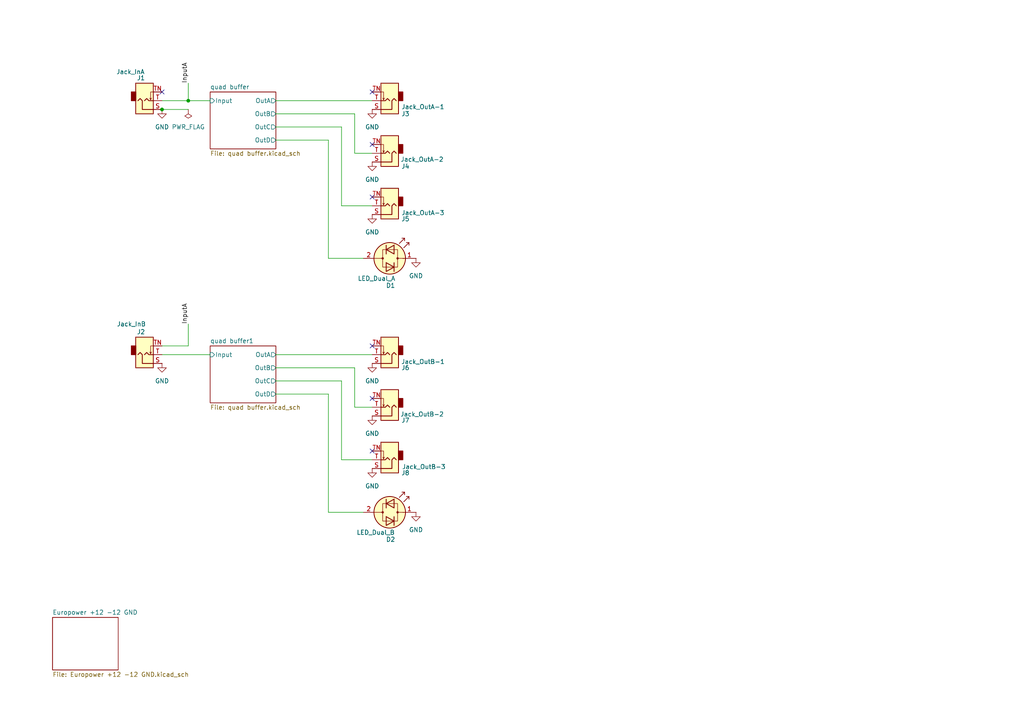
<source format=kicad_sch>
(kicad_sch (version 20250114) (generator "eeschema") (generator_version "9.0")
  (paper "A4")
  (title_block (title "Multiple Buffer Active") (date "2026-02-01") (rev "v1") (company "Dirty Dream - Nathanael Noir"))
  (lib_symbols
    (symbol "Connector_Audio:AudioJack2_SwitchT"
      (property "Reference" "J" (at 0 8.89 0))
      (property "Value" "AudioJack2_SwitchT" (at 0 6.35 0))
      (symbol "AudioJack2_SwitchT_0_1"
        (rectangle (start -2.54 0) (end -3.81 -2.54) (stroke (width 0.254)) (fill (type outline)))
        (polyline (pts (xy 0 0) (xy 0.635 -0.635) (xy 1.27 0) (xy 2.54 0)) (stroke (width 0.254)))
        (polyline (pts (xy 1.778 -0.254) (xy 2.032 -0.762)))
        (rectangle (start 2.54 3.81) (end -2.54 -5.08) (stroke (width 0.254)) (fill (type background)))
        (polyline (pts (xy 2.54 2.54) (xy -0.635 2.54) (xy -0.635 0) (xy -1.27 -0.635) (xy -1.905 0)) (stroke (width 0.254)))
        (polyline (pts (xy 2.54 -2.54) (xy 1.778 -2.54) (xy 1.778 -0.254) (xy 1.524 -0.762)))
      )
      (symbol "AudioJack2_SwitchT_1_1"
        (pin passive line (at 5.08 2.54 180) (length 2.54) (name "~") (number "S"))
        (pin passive line (at 5.08 0 180) (length 2.54) (name "~") (number "T"))
        (pin passive line (at 5.08 -2.54 180) (length 2.54) (name "~") (number "TN"))
      )
    )
    (symbol "Device:LED_Dual_Bidirectional" (pin_names (offset 0) (hide yes))
      (property "Reference" "D" (at 0 5.715 0))
      (property "Value" "LED_Dual_Bidirectional" (at 0 -6.35 0))
      (symbol "LED_Dual_Bidirectional_0_1"
        (polyline (pts (xy -4.572 0) (xy -2.54 0)))
        (circle (center -2.032 0) (radius 0.254) (fill (type outline)))
        (polyline (pts (xy -2.032 0) (xy -2.54 0)))
        (polyline (pts (xy -1.016 3.81) (xy -1.016 1.27)) (stroke (width 0.254)))
        (polyline (pts (xy -1.016 -1.27) (xy -1.016 -3.81) (xy 1.27 -2.54) (xy -1.016 -1.27)) (stroke (width 0.254)))
        (circle (center 0 0) (radius 4.572) (stroke (width 0.254)) (fill (type background)))
        (polyline (pts (xy 1.27 3.81) (xy 1.27 1.27) (xy -1.016 2.54) (xy 1.27 3.81)) (stroke (width 0.254)))
        (polyline (pts (xy 1.27 -1.27) (xy 1.27 -3.81)) (stroke (width 0.254)))
        (polyline (pts (xy 2.286 2.54) (xy -2.032 2.54) (xy -2.032 -2.54) (xy 2.286 -2.54) (xy 2.286 2.54)))
        (circle (center 2.286 0) (radius 0.254) (fill (type outline)))
        (polyline (pts (xy 2.794 4.318) (xy 4.318 5.842) (xy 3.556 5.842)) (stroke (width 0.2032)))
        (polyline (pts (xy 4.064 3.048) (xy 5.588 4.572) (xy 4.826 4.572)) (stroke (width 0.2032)))
        (polyline (pts (xy 4.064 0) (xy 2.286 0)) (fill (type outline)))
        (polyline (pts (xy 4.318 5.842) (xy 4.318 5.08)) (stroke (width 0.2032)))
        (polyline (pts (xy 5.588 4.572) (xy 5.588 3.81)) (stroke (width 0.2032)))
      )
      (symbol "LED_Dual_Bidirectional_1_1"
        (pin input line (at -7.62 0 0) (length 3.048) (name "AK") (number "2"))
        (pin input line (at 7.62 0 180) (length 3.81) (name "KA") (number "1"))
      )
    )
    (symbol "power:GND" (power) (pin_numbers (hide yes)) (pin_names (offset 0) (hide yes))
      (property "Value" "GND" (at 0 -3.81 0))
      (symbol "GND_0_1"
        (polyline (pts (xy 0 0) (xy 0 -1.27) (xy 1.27 -1.27) (xy 0 -2.54) (xy -1.27 -1.27) (xy 0 -1.27)))
      )
      (symbol "GND_1_1"
        (pin power_in line (at 0 0 270) (length 0) (name "~") (number "1"))
      )
    )
    (symbol "power:PWR_FLAG" (power) (pin_numbers (hide yes)) (pin_names (offset 0) (hide yes))
      (property "Value" "PWR_FLAG" (at 0 3.81 0))
      (symbol "PWR_FLAG_0_0"
        (pin power_out line (at 0 0 90) (length 0) (name "~") (number "1"))
      )
      (symbol "PWR_FLAG_0_1"
        (polyline (pts (xy 0 0) (xy 0 1.27) (xy -1.016 1.905) (xy 0 2.54) (xy 1.016 1.905) (xy 0 1.27)))
      )
    )
  )
  (junction (at 54.61 29.21))
  (junction (at 46.99 31.75))
  (no_connect (at 107.95 130.81))
  (no_connect (at 107.95 26.67))
  (no_connect (at 107.95 41.91))
  (no_connect (at 107.95 100.33))
  (no_connect (at 46.99 26.67))
  (no_connect (at 107.95 57.15))
  (no_connect (at 107.95 115.57))
  (wire (pts (xy 46.99 31.75) (xy 54.61 31.75)))
  (wire (pts (xy 99.06 110.49) (xy 80.01 110.49)))
  (wire (pts (xy 102.87 44.45) (xy 107.95 44.45)))
  (wire (pts (xy 95.25 114.3) (xy 95.25 148.59)))
  (wire (pts (xy 95.25 74.93) (xy 105.41 74.93)))
  (wire (pts (xy 80.01 106.68) (xy 102.87 106.68)))
  (wire (pts (xy 80.01 40.64) (xy 95.25 40.64)))
  (wire (pts (xy 80.01 33.02) (xy 102.87 33.02)))
  (wire (pts (xy 99.06 110.49) (xy 99.06 133.35)))
  (wire (pts (xy 54.61 24.13) (xy 54.61 29.21)))
  (wire (pts (xy 46.99 102.87) (xy 60.96 102.87)))
  (wire (pts (xy 95.25 40.64) (xy 95.25 74.93)))
  (wire (pts (xy 80.01 102.87) (xy 107.95 102.87)))
  (wire (pts (xy 80.01 29.21) (xy 107.95 29.21)))
  (wire (pts (xy 95.25 148.59) (xy 105.41 148.59)))
  (wire (pts (xy 80.01 114.3) (xy 95.25 114.3)))
  (wire (pts (xy 102.87 118.11) (xy 107.95 118.11)))
  (wire (pts (xy 102.87 106.68) (xy 102.87 118.11)))
  (wire (pts (xy 54.61 93.98) (xy 54.61 100.33)))
  (wire (pts (xy 99.06 36.83) (xy 80.01 36.83)))
  (wire (pts (xy 46.99 29.21) (xy 54.61 29.21)))
  (wire (pts (xy 102.87 33.02) (xy 102.87 44.45)))
  (wire (pts (xy 99.06 59.69) (xy 107.95 59.69)))
  (wire (pts (xy 54.61 29.21) (xy 60.96 29.21)))
  (wire (pts (xy 99.06 133.35) (xy 107.95 133.35)))
  (wire (pts (xy 54.61 100.33) (xy 46.99 100.33)))
  (wire (pts (xy 99.06 36.83) (xy 99.06 59.69)))
  (label "InputA" (at 54.61 93.98 90))
  (label "InputA" (at 54.61 24.13 90))
  (symbol (lib_id "Connector_Audio:AudioJack2_SwitchT") (at 113.03 118.11 180) (unit 1)
    (property "Reference" "J7" (at 117.602 121.92 0))
    (property "Value" "Jack_OutB-2" (at 122.428 120.142 0))
    (property "Footprint" "AudioJacks2:Jack_3.5mm_QingPu_WQP-PJ398SM_Vertical" (effects (hide yes)))
    (property "Description" "Audio Jack, 2 Poles (Mono / TS), Switched T Pole (Normalling)" (effects (hide yes)))
  )
  (symbol (lib_id "power:GND") (at 107.95 135.89 0) (unit 1)
    (property "Reference" "#PWR08" (effects (hide yes)))
    (property "Value" "GND" (at 107.95 140.97 0))
    (property "Description" "Power symbol creates a global label with name \"GND\" , ground" (effects (hide yes)))
  )
  (symbol (lib_id "power:GND") (at 107.95 120.65 0) (unit 1)
    (property "Reference" "#PWR07" (effects (hide yes)))
    (property "Value" "GND" (at 107.95 125.73 0))
    (property "Description" "Power symbol creates a global label with name \"GND\" , ground" (effects (hide yes)))
  )
  (symbol (lib_id "power:GND") (at 107.95 46.99 0) (unit 1)
    (property "Reference" "#PWR04" (effects (hide yes)))
    (property "Value" "GND" (at 107.95 52.07 0))
    (property "Description" "Power symbol creates a global label with name \"GND\" , ground" (effects (hide yes)))
  )
  (symbol (lib_id "power:GND") (at 46.99 105.41 0) (unit 1)
    (property "Reference" "#PWR02" (effects (hide yes)))
    (property "Value" "GND" (at 46.99 110.49 0))
    (property "Description" "Power symbol creates a global label with name \"GND\" , ground" (effects (hide yes)))
  )
  (symbol (lib_id "power:GND") (at 107.95 31.75 0) (unit 1)
    (property "Reference" "#PWR03" (effects (hide yes)))
    (property "Value" "GND" (at 107.95 36.83 0))
    (property "Description" "Power symbol creates a global label with name \"GND\" , ground" (effects (hide yes)))
  )
  (symbol (lib_id "power:GND") (at 46.99 31.75 0) (unit 1)
    (property "Reference" "#PWR01" (effects (hide yes)))
    (property "Value" "GND" (at 46.99 36.83 0))
    (property "Description" "Power symbol creates a global label with name \"GND\" , ground" (effects (hide yes)))
  )
  (symbol (lib_id "Connector_Audio:AudioJack2_SwitchT") (at 113.03 102.87 180) (unit 1)
    (property "Reference" "J6" (at 117.602 106.68 0))
    (property "Value" "Jack_OutB-1" (at 122.682 104.902 0))
    (property "Footprint" "AudioJacks2:Jack_3.5mm_QingPu_WQP-PJ398SM_Vertical" (effects (hide yes)))
    (property "Description" "Audio Jack, 2 Poles (Mono / TS), Switched T Pole (Normalling)" (effects (hide yes)))
  )
  (symbol (lib_id "power:PWR_FLAG") (at 54.61 31.75 180) (unit 1)
    (property "Reference" "#FLG03" (effects (hide yes)))
    (property "Value" "PWR_FLAG" (at 54.61 36.83 0))
    (property "Description" "Special symbol for telling ERC where power comes from" (effects (hide yes)))
  )
  (symbol (lib_id "Connector_Audio:AudioJack2_SwitchT") (at 41.91 102.87 0) (mirror x) (unit 1)
    (property "Reference" "J2" (at 40.894 96.266 0))
    (property "Value" "Jack_InB" (at 38.1 93.98 0))
    (property "Footprint" "AudioJacks2:Jack_3.5mm_QingPu_WQP-PJ398SM_Vertical" (effects (hide yes)))
    (property "Description" "Audio Jack, 2 Poles (Mono / TS), Switched T Pole (Normalling)" (effects (hide yes)))
  )
  (symbol (lib_id "power:GND") (at 107.95 105.41 0) (unit 1)
    (property "Reference" "#PWR06" (effects (hide yes)))
    (property "Value" "GND" (at 107.95 110.49 0))
    (property "Description" "Power symbol creates a global label with name \"GND\" , ground" (effects (hide yes)))
  )
  (symbol (lib_id "Connector_Audio:AudioJack2_SwitchT") (at 113.03 44.45 180) (unit 1)
    (property "Reference" "J4" (at 117.602 48.26 0))
    (property "Value" "Jack_OutA-2" (at 122.428 46.228 0))
    (property "Footprint" "AudioJacks2:Jack_3.5mm_QingPu_WQP-PJ398SM_Vertical" (effects (hide yes)))
    (property "Description" "Audio Jack, 2 Poles (Mono / TS), Switched T Pole (Normalling)" (effects (hide yes)))
  )
  (symbol (lib_id "Device:LED_Dual_Bidirectional") (at 113.03 148.59 0) (unit 1)
    (property "Reference" "D2" (at 113.284 156.464 0))
    (property "Value" "LED_Dual_B" (at 108.966 154.432 0))
    (property "Footprint" "LED_THT:LED_D3.0mm" (effects (hide yes)))
    (property "Description" "Dual LED, bidirectional" (effects (hide yes)))
  )
  (symbol (lib_id "power:GND") (at 107.95 62.23 0) (unit 1)
    (property "Reference" "#PWR05" (effects (hide yes)))
    (property "Value" "GND" (at 107.95 67.31 0))
    (property "Description" "Power symbol creates a global label with name \"GND\" , ground" (effects (hide yes)))
  )
  (symbol (lib_id "Device:LED_Dual_Bidirectional") (at 113.03 74.93 0) (unit 1)
    (property "Reference" "D1" (at 113.284 82.804 0))
    (property "Value" "LED_Dual_A" (at 109.22 80.772 0))
    (property "Footprint" "LED_THT:LED_D3.0mm" (effects (hide yes)))
    (property "Description" "Dual LED, bidirectional" (effects (hide yes)))
  )
  (symbol (lib_id "power:GND") (at 120.65 148.59 0) (unit 1)
    (property "Reference" "#PWR010" (effects (hide yes)))
    (property "Value" "GND" (at 120.65 153.67 0))
    (property "Description" "Power symbol creates a global label with name \"GND\" , ground" (effects (hide yes)))
  )
  (symbol (lib_id "Connector_Audio:AudioJack2_SwitchT") (at 113.03 59.69 180) (unit 1)
    (property "Reference" "J5" (at 117.602 63.5 0))
    (property "Value" "Jack_OutA-3" (at 122.682 61.722 0))
    (property "Footprint" "AudioJacks2:Jack_3.5mm_QingPu_WQP-PJ398SM_Vertical" (effects (hide yes)))
    (property "Description" "Audio Jack, 2 Poles (Mono / TS), Switched T Pole (Normalling)" (effects (hide yes)))
  )
  (symbol (lib_id "power:GND") (at 120.65 74.93 0) (unit 1)
    (property "Reference" "#PWR09" (effects (hide yes)))
    (property "Value" "GND" (at 120.65 80.01 0))
    (property "Description" "Power symbol creates a global label with name \"GND\" , ground" (effects (hide yes)))
  )
  (symbol (lib_id "Connector_Audio:AudioJack2_SwitchT") (at 113.03 133.35 180) (unit 1)
    (property "Reference" "J8" (at 117.602 137.16 0))
    (property "Value" "Jack_OutB-3" (at 122.936 135.382 0))
    (property "Footprint" "AudioJacks2:Jack_3.5mm_QingPu_WQP-PJ398SM_Vertical" (effects (hide yes)))
    (property "Description" "Audio Jack, 2 Poles (Mono / TS), Switched T Pole (Normalling)" (effects (hide yes)))
  )
  (symbol (lib_id "Connector_Audio:AudioJack2_SwitchT") (at 41.91 29.21 0) (mirror x) (unit 1)
    (property "Reference" "J1" (at 40.894 22.606 0))
    (property "Value" "Jack_InA" (at 37.846 20.828 0))
    (property "Footprint" "AudioJacks2:Jack_3.5mm_QingPu_WQP-PJ398SM_Vertical" (effects (hide yes)))
    (property "Description" "Audio Jack, 2 Poles (Mono / TS), Switched T Pole (Normalling)" (effects (hide yes)))
  )
  (symbol (lib_id "Connector_Audio:AudioJack2_SwitchT") (at 113.03 29.21 180) (unit 1)
    (property "Reference" "J3" (at 117.602 33.02 0))
    (property "Value" "Jack_OutA-1" (at 122.682 30.988 0))
    (property "Footprint" "AudioJacks2:Jack_3.5mm_QingPu_WQP-PJ398SM_Vertical" (effects (hide yes)))
    (property "Description" "Audio Jack, 2 Poles (Mono / TS), Switched T Pole (Normalling)" (effects (hide yes)))
  )
  (sheet (at 15.24 179.07) (size 19.05 15.24) (stroke (width 0.1524))
    (property "Sheetname" "Europower +12 -12 GND" (at 15.24 178.3584 0) (effects (justify left bottom)))
    (property "Sheetfile" "Europower +12 -12 GND.kicad_sch" (at 15.24 194.8946 0) (effects (justify left top)))
  )
  (sheet (at 60.96 26.67) (size 19.05 16.51) (stroke (width 0.1524))
    (property "Sheetname" "quad buffer" (at 60.96 25.9584 0) (effects (justify left bottom)))
    (property "Sheetfile" "quad buffer.kicad_sch" (at 60.96 43.7646 0) (effects (justify left top)))
    (pin "Input" input (at 60.96 29.21 180))
    (pin "OutA" output (at 80.01 29.21 0))
    (pin "OutB" output (at 80.01 33.02 0))
    (pin "OutC" output (at 80.01 36.83 0))
    (pin "OutD" output (at 80.01 40.64 0))
  )
  (sheet (at 60.96 100.33) (size 19.05 16.51) (stroke (width 0.1524))
    (property "Sheetname" "quad buffer1" (at 60.96 99.6184 0) (effects (justify left bottom)))
    (property "Sheetfile" "quad buffer.kicad_sch" (at 60.96 117.4246 0) (effects (justify left top)))
    (pin "Input" input (at 60.96 102.87 180))
    (pin "OutA" output (at 80.01 102.87 0))
    (pin "OutB" output (at 80.01 106.68 0))
    (pin "OutC" output (at 80.01 110.49 0))
    (pin "OutD" output (at 80.01 114.3 0))
  )
)
</source>
